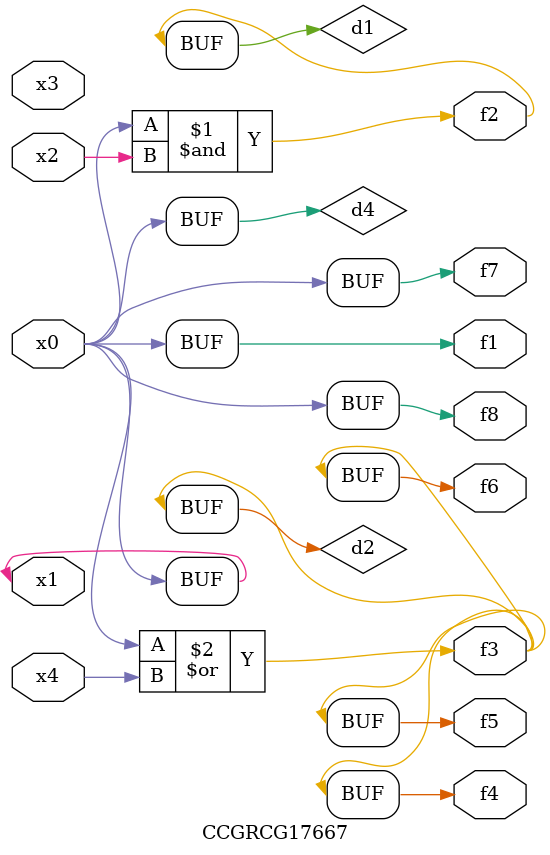
<source format=v>
module CCGRCG17667(
	input x0, x1, x2, x3, x4,
	output f1, f2, f3, f4, f5, f6, f7, f8
);

	wire d1, d2, d3, d4;

	and (d1, x0, x2);
	or (d2, x0, x4);
	nand (d3, x0, x2);
	buf (d4, x0, x1);
	assign f1 = d4;
	assign f2 = d1;
	assign f3 = d2;
	assign f4 = d2;
	assign f5 = d2;
	assign f6 = d2;
	assign f7 = d4;
	assign f8 = d4;
endmodule

</source>
